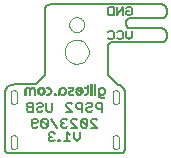
<source format=gbo>
G75*
G70*
%OFA0B0*%
%FSLAX24Y24*%
%IPPOS*%
%LPD*%
%AMOC8*
5,1,8,0,0,1.08239X$1,22.5*
%
%ADD10C,0.0060*%
%ADD11C,0.0050*%
%ADD12C,0.0000*%
%ADD13C,0.0004*%
%ADD14C,0.0020*%
%ADD15C,0.0040*%
D10*
X008163Y003177D02*
X008213Y003127D01*
X008363Y003127D01*
X008363Y003427D01*
X008213Y003427D01*
X008163Y003377D01*
X008163Y003327D01*
X008213Y003277D01*
X008363Y003277D01*
X008495Y003227D02*
X008495Y003177D01*
X008545Y003127D01*
X008645Y003127D01*
X008695Y003177D01*
X008645Y003277D02*
X008545Y003277D01*
X008495Y003227D01*
X008495Y003377D02*
X008545Y003427D01*
X008645Y003427D01*
X008695Y003377D01*
X008695Y003327D01*
X008645Y003277D01*
X008826Y003177D02*
X008826Y003427D01*
X009026Y003427D02*
X009026Y003177D01*
X008976Y003127D01*
X008876Y003127D01*
X008826Y003177D01*
X008811Y002887D02*
X008710Y002887D01*
X008660Y002837D01*
X008861Y002637D01*
X008811Y002587D01*
X008710Y002587D01*
X008660Y002637D01*
X008660Y002837D01*
X008529Y002837D02*
X008479Y002887D01*
X008379Y002887D01*
X008329Y002837D01*
X008329Y002637D01*
X008379Y002587D01*
X008479Y002587D01*
X008529Y002637D01*
X008479Y002737D02*
X008329Y002737D01*
X008479Y002737D02*
X008529Y002787D01*
X008529Y002837D01*
X008811Y002887D02*
X008861Y002837D01*
X008861Y002637D01*
X008959Y002437D02*
X008909Y002387D01*
X008909Y002337D01*
X008959Y002287D01*
X008909Y002237D01*
X008909Y002187D01*
X008959Y002137D01*
X009059Y002137D01*
X009109Y002187D01*
X009225Y002187D02*
X009225Y002137D01*
X009275Y002137D01*
X009275Y002187D01*
X009225Y002187D01*
X009406Y002137D02*
X009606Y002137D01*
X009506Y002137D02*
X009506Y002437D01*
X009606Y002337D01*
X009738Y002237D02*
X009838Y002137D01*
X009938Y002237D01*
X009938Y002437D01*
X009855Y002587D02*
X009655Y002787D01*
X009655Y002837D01*
X009705Y002887D01*
X009805Y002887D01*
X009855Y002837D01*
X009986Y002837D02*
X010187Y002637D01*
X010136Y002587D01*
X010036Y002587D01*
X009986Y002637D01*
X009986Y002837D01*
X010036Y002887D01*
X010136Y002887D01*
X010187Y002837D01*
X010187Y002637D01*
X010318Y002587D02*
X010518Y002587D01*
X010318Y002787D01*
X010318Y002837D01*
X010368Y002887D01*
X010468Y002887D01*
X010518Y002837D01*
X010684Y003127D02*
X010684Y003427D01*
X010534Y003427D01*
X010484Y003377D01*
X010484Y003277D01*
X010534Y003227D01*
X010684Y003227D01*
X010352Y003177D02*
X010302Y003127D01*
X010202Y003127D01*
X010152Y003177D01*
X010152Y003227D01*
X010202Y003277D01*
X010302Y003277D01*
X010352Y003327D01*
X010352Y003377D01*
X010302Y003427D01*
X010202Y003427D01*
X010152Y003377D01*
X010021Y003427D02*
X010021Y003127D01*
X010021Y003227D02*
X009871Y003227D01*
X009821Y003277D01*
X009821Y003377D01*
X009871Y003427D01*
X010021Y003427D01*
X009689Y003377D02*
X009639Y003427D01*
X009539Y003427D01*
X009489Y003377D01*
X009489Y003327D01*
X009689Y003127D01*
X009489Y003127D01*
X009473Y002887D02*
X009373Y002887D01*
X009323Y002837D01*
X009323Y002787D01*
X009373Y002737D01*
X009323Y002687D01*
X009323Y002637D01*
X009373Y002587D01*
X009473Y002587D01*
X009524Y002637D01*
X009655Y002587D02*
X009855Y002587D01*
X009738Y002437D02*
X009738Y002237D01*
X009423Y002737D02*
X009373Y002737D01*
X009473Y002887D02*
X009524Y002837D01*
X009192Y002587D02*
X008992Y002887D01*
X008959Y002437D02*
X009059Y002437D01*
X009109Y002387D01*
X009009Y002287D02*
X008959Y002287D01*
X008163Y003177D02*
X008163Y003227D01*
X008213Y003277D01*
D11*
X007438Y003737D02*
X007438Y001887D01*
X007440Y001864D01*
X007445Y001841D01*
X007454Y001819D01*
X007467Y001799D01*
X007482Y001781D01*
X007500Y001766D01*
X007520Y001753D01*
X007542Y001744D01*
X007565Y001739D01*
X007588Y001737D01*
X011288Y001737D01*
X011311Y001739D01*
X011334Y001744D01*
X011356Y001753D01*
X011376Y001766D01*
X011394Y001781D01*
X011409Y001799D01*
X011422Y001819D01*
X011431Y001841D01*
X011436Y001864D01*
X011438Y001887D01*
X011438Y003737D01*
X011439Y003768D01*
X011436Y003800D01*
X011430Y003830D01*
X011420Y003860D01*
X011407Y003888D01*
X011391Y003915D01*
X011372Y003940D01*
X011351Y003963D01*
X011326Y003983D01*
X011300Y004000D01*
X011272Y004014D01*
X011243Y004025D01*
X011213Y004033D01*
X011182Y004037D01*
X011181Y004037D02*
X010881Y004337D01*
X010881Y005304D01*
X010883Y005327D01*
X010888Y005350D01*
X010897Y005372D01*
X010910Y005392D01*
X010925Y005410D01*
X010943Y005425D01*
X010963Y005438D01*
X010985Y005447D01*
X011008Y005452D01*
X011031Y005454D01*
X012681Y005454D01*
X012704Y005456D01*
X012727Y005461D01*
X012749Y005470D01*
X012769Y005483D01*
X012787Y005498D01*
X012802Y005516D01*
X012815Y005536D01*
X012824Y005558D01*
X012829Y005581D01*
X012831Y005604D01*
X012831Y005754D01*
X012829Y005777D01*
X012824Y005800D01*
X012815Y005822D01*
X012802Y005842D01*
X012787Y005860D01*
X012769Y005875D01*
X012749Y005888D01*
X012727Y005897D01*
X012704Y005902D01*
X012681Y005904D01*
X011631Y005904D01*
X011671Y005817D02*
X011671Y005630D01*
X011577Y005537D01*
X011484Y005630D01*
X011484Y005817D01*
X011367Y005771D02*
X011367Y005584D01*
X011320Y005537D01*
X011227Y005537D01*
X011180Y005584D01*
X011063Y005584D02*
X011016Y005537D01*
X010923Y005537D01*
X010876Y005584D01*
X011063Y005584D02*
X011063Y005771D01*
X011016Y005817D01*
X010923Y005817D01*
X010876Y005771D01*
X011180Y005771D02*
X011227Y005817D01*
X011320Y005817D01*
X011367Y005771D01*
X011481Y006054D02*
X011481Y006104D01*
X011483Y006127D01*
X011488Y006150D01*
X011497Y006172D01*
X011510Y006192D01*
X011525Y006210D01*
X011543Y006225D01*
X011563Y006238D01*
X011585Y006247D01*
X011608Y006252D01*
X011631Y006254D01*
X012681Y006254D01*
X012704Y006256D01*
X012727Y006261D01*
X012749Y006270D01*
X012769Y006283D01*
X012787Y006298D01*
X012802Y006316D01*
X012815Y006336D01*
X012824Y006358D01*
X012829Y006381D01*
X012831Y006404D01*
X012831Y006554D01*
X012829Y006577D01*
X012824Y006600D01*
X012815Y006622D01*
X012802Y006642D01*
X012787Y006660D01*
X012769Y006675D01*
X012749Y006688D01*
X012727Y006697D01*
X012704Y006702D01*
X012681Y006704D01*
X008931Y006704D01*
X008908Y006702D01*
X008885Y006697D01*
X008863Y006688D01*
X008843Y006675D01*
X008825Y006660D01*
X008810Y006642D01*
X008797Y006622D01*
X008788Y006600D01*
X008783Y006577D01*
X008781Y006554D01*
X008781Y004337D01*
X008481Y004037D01*
X007738Y004037D01*
X007704Y004035D01*
X007671Y004029D01*
X007639Y004020D01*
X007608Y004007D01*
X007578Y003991D01*
X007551Y003972D01*
X007526Y003949D01*
X007503Y003924D01*
X007484Y003897D01*
X007468Y003867D01*
X007455Y003836D01*
X007446Y003804D01*
X007440Y003771D01*
X007438Y003737D01*
X008538Y003795D02*
X008543Y003867D01*
X008585Y003917D01*
X008608Y003932D01*
X008670Y003932D01*
X008723Y003897D01*
X008745Y003852D01*
X008745Y003792D01*
X008725Y003755D01*
X008703Y003727D01*
X008670Y003712D01*
X008635Y003705D02*
X008570Y003732D01*
X008538Y003795D01*
X010923Y006337D02*
X010876Y006384D01*
X010876Y006571D01*
X010923Y006617D01*
X011063Y006617D01*
X011063Y006337D01*
X010923Y006337D01*
X011180Y006337D02*
X011180Y006617D01*
X011367Y006617D02*
X011180Y006337D01*
X011367Y006337D02*
X011367Y006617D01*
X011484Y006571D02*
X011530Y006617D01*
X011624Y006617D01*
X011671Y006571D01*
X011671Y006384D01*
X011624Y006337D01*
X011530Y006337D01*
X011484Y006384D01*
X011484Y006477D01*
X011577Y006477D01*
X011481Y006054D02*
X011483Y006031D01*
X011488Y006008D01*
X011497Y005986D01*
X011510Y005966D01*
X011525Y005948D01*
X011543Y005933D01*
X011563Y005920D01*
X011585Y005911D01*
X011608Y005906D01*
X011631Y005904D01*
D12*
X009581Y006031D02*
X009583Y006062D01*
X009589Y006093D01*
X009599Y006123D01*
X009612Y006151D01*
X009629Y006178D01*
X009649Y006202D01*
X009672Y006224D01*
X009697Y006242D01*
X009725Y006257D01*
X009754Y006269D01*
X009784Y006277D01*
X009815Y006281D01*
X009847Y006281D01*
X009878Y006277D01*
X009908Y006269D01*
X009937Y006257D01*
X009965Y006242D01*
X009990Y006224D01*
X010013Y006202D01*
X010033Y006178D01*
X010050Y006151D01*
X010063Y006123D01*
X010073Y006093D01*
X010079Y006062D01*
X010081Y006031D01*
X010079Y006000D01*
X010073Y005969D01*
X010063Y005939D01*
X010050Y005911D01*
X010033Y005884D01*
X010013Y005860D01*
X009990Y005838D01*
X009965Y005820D01*
X009937Y005805D01*
X009908Y005793D01*
X009878Y005785D01*
X009847Y005781D01*
X009815Y005781D01*
X009784Y005785D01*
X009754Y005793D01*
X009725Y005805D01*
X009697Y005820D01*
X009672Y005838D01*
X009649Y005860D01*
X009629Y005884D01*
X009612Y005911D01*
X009599Y005939D01*
X009589Y005969D01*
X009583Y006000D01*
X009581Y006031D01*
X009431Y005127D02*
X009433Y005167D01*
X009439Y005206D01*
X009449Y005245D01*
X009462Y005282D01*
X009480Y005318D01*
X009501Y005352D01*
X009525Y005384D01*
X009552Y005413D01*
X009582Y005440D01*
X009614Y005463D01*
X009649Y005483D01*
X009685Y005499D01*
X009723Y005512D01*
X009762Y005521D01*
X009801Y005526D01*
X009841Y005527D01*
X009881Y005524D01*
X009920Y005517D01*
X009958Y005506D01*
X009996Y005492D01*
X010031Y005473D01*
X010064Y005452D01*
X010096Y005427D01*
X010124Y005399D01*
X010150Y005369D01*
X010172Y005336D01*
X010191Y005301D01*
X010207Y005264D01*
X010219Y005226D01*
X010227Y005187D01*
X010231Y005147D01*
X010231Y005107D01*
X010227Y005067D01*
X010219Y005028D01*
X010207Y004990D01*
X010191Y004953D01*
X010172Y004918D01*
X010150Y004885D01*
X010124Y004855D01*
X010096Y004827D01*
X010064Y004802D01*
X010031Y004781D01*
X009996Y004762D01*
X009958Y004748D01*
X009920Y004737D01*
X009881Y004730D01*
X009841Y004727D01*
X009801Y004728D01*
X009762Y004733D01*
X009723Y004742D01*
X009685Y004755D01*
X009649Y004771D01*
X009614Y004791D01*
X009582Y004814D01*
X009552Y004841D01*
X009525Y004870D01*
X009501Y004902D01*
X009480Y004936D01*
X009462Y004972D01*
X009449Y005009D01*
X009439Y005048D01*
X009433Y005087D01*
X009431Y005127D01*
D13*
X011030Y003733D02*
X011030Y003489D01*
X011031Y003489D02*
X011033Y003469D01*
X011038Y003450D01*
X011047Y003432D01*
X011059Y003416D01*
X011074Y003403D01*
X011091Y003392D01*
X011109Y003385D01*
X011129Y003381D01*
X011149Y003381D01*
X011169Y003385D01*
X011187Y003392D01*
X011204Y003403D01*
X011219Y003416D01*
X011231Y003432D01*
X011240Y003450D01*
X011245Y003469D01*
X011247Y003489D01*
X011247Y003733D01*
X011245Y003753D01*
X011240Y003772D01*
X011231Y003790D01*
X011219Y003806D01*
X011204Y003819D01*
X011187Y003830D01*
X011169Y003837D01*
X011149Y003841D01*
X011129Y003841D01*
X011109Y003837D01*
X011091Y003830D01*
X011074Y003819D01*
X011059Y003806D01*
X011047Y003790D01*
X011038Y003772D01*
X011033Y003753D01*
X011031Y003733D01*
X011030Y002237D02*
X011030Y001993D01*
X011031Y001993D02*
X011033Y001973D01*
X011038Y001954D01*
X011047Y001936D01*
X011059Y001920D01*
X011074Y001907D01*
X011091Y001896D01*
X011109Y001889D01*
X011129Y001885D01*
X011149Y001885D01*
X011169Y001889D01*
X011187Y001896D01*
X011204Y001907D01*
X011219Y001920D01*
X011231Y001936D01*
X011240Y001954D01*
X011245Y001973D01*
X011247Y001993D01*
X011247Y002237D01*
X011245Y002257D01*
X011240Y002276D01*
X011231Y002294D01*
X011219Y002310D01*
X011204Y002323D01*
X011187Y002334D01*
X011169Y002341D01*
X011149Y002345D01*
X011129Y002345D01*
X011109Y002341D01*
X011091Y002334D01*
X011074Y002323D01*
X011059Y002310D01*
X011047Y002294D01*
X011038Y002276D01*
X011033Y002257D01*
X011031Y002237D01*
X007845Y002237D02*
X007845Y001993D01*
X007843Y001973D01*
X007838Y001954D01*
X007829Y001936D01*
X007817Y001920D01*
X007802Y001907D01*
X007785Y001896D01*
X007767Y001889D01*
X007747Y001885D01*
X007727Y001885D01*
X007707Y001889D01*
X007689Y001896D01*
X007672Y001907D01*
X007657Y001920D01*
X007645Y001936D01*
X007636Y001954D01*
X007631Y001973D01*
X007629Y001993D01*
X007629Y002237D01*
X007631Y002257D01*
X007636Y002276D01*
X007645Y002294D01*
X007657Y002310D01*
X007672Y002323D01*
X007689Y002334D01*
X007707Y002341D01*
X007727Y002345D01*
X007747Y002345D01*
X007767Y002341D01*
X007785Y002334D01*
X007802Y002323D01*
X007817Y002310D01*
X007829Y002294D01*
X007838Y002276D01*
X007843Y002257D01*
X007845Y002237D01*
X007845Y003489D02*
X007845Y003733D01*
X007843Y003753D01*
X007838Y003772D01*
X007829Y003790D01*
X007817Y003806D01*
X007802Y003819D01*
X007785Y003830D01*
X007767Y003837D01*
X007747Y003841D01*
X007727Y003841D01*
X007707Y003837D01*
X007689Y003830D01*
X007672Y003819D01*
X007657Y003806D01*
X007645Y003790D01*
X007636Y003772D01*
X007631Y003753D01*
X007629Y003733D01*
X007629Y003489D01*
X007631Y003469D01*
X007636Y003450D01*
X007645Y003432D01*
X007657Y003416D01*
X007672Y003403D01*
X007689Y003392D01*
X007707Y003385D01*
X007727Y003381D01*
X007747Y003381D01*
X007767Y003385D01*
X007785Y003392D01*
X007802Y003403D01*
X007817Y003416D01*
X007829Y003432D01*
X007838Y003450D01*
X007843Y003469D01*
X007845Y003489D01*
D14*
X008088Y003695D02*
X008133Y003695D01*
X008133Y003867D01*
X008140Y003885D01*
X008150Y003900D01*
X008165Y003905D01*
X008175Y003910D01*
X008215Y003910D01*
X008233Y003895D01*
X008243Y003880D01*
X008245Y003875D01*
X008245Y003695D01*
X008290Y003695D01*
X008290Y003875D01*
X008303Y003892D01*
X008315Y003902D01*
X008335Y003912D01*
X008365Y003912D01*
X008383Y003905D01*
X008393Y003895D01*
X008400Y003882D01*
X008408Y003867D01*
X008408Y003692D01*
X008450Y003692D01*
X008450Y003865D01*
X008440Y003900D01*
X008425Y003925D01*
X008403Y003942D01*
X008370Y003955D01*
X008330Y003955D01*
X008310Y003947D01*
X008285Y003932D01*
X008275Y003922D01*
X008265Y003922D01*
X008253Y003930D01*
X008238Y003942D01*
X008220Y003952D01*
X008208Y003955D01*
X008173Y003955D01*
X008155Y003950D01*
X008135Y003940D01*
X008118Y003925D01*
X008105Y003910D01*
X008095Y003887D01*
X008090Y003872D01*
X008088Y003850D01*
X008088Y003695D01*
X008520Y003767D02*
X008515Y003792D01*
X008515Y003850D01*
X008523Y003877D01*
X008533Y003897D01*
X008570Y003935D01*
X008598Y003950D01*
X008625Y003955D01*
X008668Y003955D01*
X008695Y003945D01*
X008723Y003927D01*
X008745Y003905D01*
X008760Y003882D01*
X008770Y003845D01*
X008770Y003797D01*
X008765Y003780D01*
X008758Y003760D01*
X008748Y003742D01*
X008730Y003725D01*
X008710Y003707D01*
X008690Y003697D01*
X008665Y003690D01*
X008655Y003690D01*
X008653Y003690D02*
X008620Y003690D01*
X008598Y003695D01*
X008573Y003705D01*
X008550Y003725D01*
X008533Y003750D01*
X008520Y003767D01*
X008565Y003785D02*
X008563Y003795D01*
X008563Y003847D01*
X008570Y003867D01*
X008583Y003887D01*
X008598Y003902D01*
X008613Y003910D01*
X008620Y003912D01*
X008660Y003912D01*
X008678Y003907D01*
X008698Y003895D01*
X008708Y003882D01*
X008720Y003862D01*
X008725Y003847D01*
X008725Y003797D01*
X008715Y003775D01*
X008703Y003755D01*
X008685Y003740D01*
X008668Y003730D01*
X008628Y003730D01*
X008635Y003727D02*
X008615Y003732D01*
X008595Y003742D01*
X008583Y003755D01*
X008570Y003772D01*
X008565Y003785D01*
X008823Y003735D02*
X008873Y003735D01*
X008890Y003740D01*
X008913Y003750D01*
X008930Y003767D01*
X008943Y003785D01*
X008948Y003797D01*
X008950Y003802D01*
X008950Y003842D01*
X008940Y003857D01*
X008928Y003880D01*
X008905Y003895D01*
X008890Y003902D01*
X008865Y003907D01*
X008823Y003907D01*
X008823Y003950D01*
X008873Y003950D01*
X008895Y003947D01*
X008918Y003940D01*
X008943Y003925D01*
X008960Y003907D01*
X008973Y003892D01*
X008983Y003872D01*
X008990Y003852D01*
X008995Y003835D01*
X008995Y003805D01*
X008990Y003780D01*
X008978Y003755D01*
X008965Y003740D01*
X008950Y003725D01*
X008930Y003710D01*
X008913Y003702D01*
X008893Y003697D01*
X008865Y003692D01*
X008823Y003692D01*
X008823Y003735D01*
X008838Y003720D02*
X008893Y003725D01*
X008930Y003745D01*
X008960Y003787D01*
X008963Y003852D01*
X008938Y003887D01*
X008893Y003920D01*
X008838Y003922D01*
X008838Y003937D01*
X008893Y003935D01*
X008940Y003907D01*
X008978Y003857D01*
X008978Y003790D01*
X008950Y003742D01*
X008900Y003710D01*
X008833Y003705D01*
X008865Y003692D02*
X008868Y003692D01*
X009073Y003707D02*
X009073Y003725D01*
X009078Y003735D01*
X009090Y003747D01*
X009113Y003747D01*
X009123Y003740D01*
X009130Y003730D01*
X009130Y003710D01*
X009128Y003702D01*
X009118Y003692D01*
X009108Y003690D01*
X009090Y003707D01*
X009088Y003725D01*
X009100Y003735D01*
X009113Y003725D01*
X009110Y003710D01*
X009103Y003717D01*
X009103Y003690D02*
X009093Y003690D01*
X009085Y003692D01*
X009075Y003700D01*
X009073Y003707D01*
X009218Y003695D02*
X009218Y003835D01*
X009223Y003860D01*
X009230Y003880D01*
X009245Y003907D01*
X009265Y003927D01*
X009295Y003945D01*
X009315Y003952D01*
X009330Y003955D01*
X009370Y003955D01*
X009395Y003947D01*
X009418Y003937D01*
X009440Y003917D01*
X009458Y003895D01*
X009468Y003872D01*
X009475Y003847D01*
X009475Y003797D01*
X009463Y003760D01*
X009443Y003730D01*
X009425Y003712D01*
X009403Y003702D01*
X009373Y003690D01*
X009330Y003690D01*
X009283Y003705D01*
X009278Y003707D01*
X009270Y003707D01*
X009260Y003695D01*
X009253Y003695D01*
X009248Y003695D02*
X009218Y003695D01*
X009230Y003702D02*
X009235Y003840D01*
X009258Y003900D01*
X009288Y003922D01*
X009333Y003937D01*
X009378Y003937D01*
X009418Y003920D01*
X009453Y003872D01*
X009460Y003840D01*
X009458Y003787D01*
X009418Y003725D01*
X009370Y003702D01*
X009328Y003707D01*
X009285Y003725D01*
X009265Y003717D01*
X009250Y003707D01*
X009250Y003717D01*
X009280Y003735D01*
X009245Y003725D01*
X009255Y003747D01*
X009245Y003747D01*
X009253Y003847D01*
X009280Y003905D01*
X009338Y003925D01*
X009395Y003917D01*
X009435Y003880D01*
X009445Y003805D01*
X009430Y003762D01*
X009400Y003727D01*
X009328Y003712D01*
X009323Y003727D02*
X009303Y003735D01*
X009285Y003747D01*
X009283Y003750D01*
X009275Y003742D01*
X009268Y003747D02*
X009265Y003750D01*
X009263Y003755D01*
X009265Y003850D01*
X009270Y003862D01*
X009280Y003882D01*
X009298Y003900D01*
X009318Y003910D01*
X009325Y003912D01*
X009368Y003912D01*
X009390Y003905D01*
X009408Y003892D01*
X009420Y003875D01*
X009430Y003857D01*
X009430Y003787D01*
X009420Y003772D01*
X009403Y003747D01*
X009383Y003732D01*
X009365Y003727D01*
X009323Y003727D01*
X009533Y003737D02*
X009533Y003780D01*
X009540Y003800D01*
X009558Y003815D01*
X009665Y003862D01*
X009675Y003872D01*
X009678Y003877D01*
X009678Y003895D01*
X009673Y003905D01*
X009670Y003907D01*
X009663Y003910D01*
X009545Y003910D01*
X009545Y003950D01*
X009658Y003950D01*
X009680Y003945D01*
X009695Y003937D01*
X009710Y003922D01*
X009720Y003907D01*
X009723Y003890D01*
X009723Y003875D01*
X009715Y003857D01*
X009703Y003840D01*
X009665Y003815D01*
X009588Y003782D01*
X009578Y003770D01*
X009573Y003757D01*
X009583Y003745D01*
X009595Y003735D01*
X009723Y003735D01*
X009723Y003695D01*
X009608Y003695D01*
X009568Y003702D01*
X009548Y003715D01*
X009533Y003737D01*
X009548Y003740D02*
X009555Y003790D01*
X009578Y003812D01*
X009683Y003857D01*
X009695Y003877D01*
X009685Y003907D01*
X009670Y003922D01*
X009560Y003925D01*
X009558Y003935D01*
X009670Y003932D01*
X009700Y003917D01*
X009705Y003870D01*
X009680Y003840D01*
X009575Y003792D01*
X009565Y003762D01*
X009560Y003742D01*
X009585Y003725D01*
X009595Y003720D02*
X009710Y003720D01*
X009715Y003717D01*
X009688Y003715D01*
X009713Y003707D02*
X009585Y003710D01*
X009595Y003720D01*
X009578Y003710D02*
X009548Y003740D01*
X009720Y003697D02*
X009723Y003695D01*
X009800Y003740D02*
X009818Y003720D01*
X009835Y003707D01*
X009855Y003697D01*
X009878Y003690D01*
X009928Y003690D01*
X009948Y003695D01*
X009973Y003705D01*
X009993Y003720D01*
X010010Y003740D01*
X010028Y003770D01*
X010035Y003795D01*
X010038Y003820D01*
X010033Y003850D01*
X010025Y003877D01*
X010000Y003915D01*
X009975Y003935D01*
X009948Y003950D01*
X009930Y003955D01*
X009883Y003955D01*
X009855Y003947D01*
X009833Y003935D01*
X009815Y003920D01*
X009798Y003900D01*
X009783Y003877D01*
X009953Y003782D01*
X009950Y003782D02*
X009970Y003812D01*
X009855Y003880D01*
X009858Y003892D01*
X009865Y003905D01*
X009878Y003912D01*
X009930Y003912D01*
X009953Y003900D01*
X009973Y003880D01*
X009980Y003867D01*
X009988Y003857D01*
X009990Y003827D01*
X009990Y003805D01*
X009980Y003780D01*
X009968Y003755D01*
X009948Y003742D01*
X009933Y003735D01*
X009925Y003730D01*
X009885Y003730D01*
X009870Y003737D01*
X009853Y003750D01*
X009838Y003765D01*
X009828Y003782D01*
X009820Y003812D01*
X009775Y003805D01*
X009785Y003772D01*
X009800Y003740D01*
X009818Y003740D02*
X009793Y003797D01*
X009810Y003795D02*
X009825Y003752D01*
X009873Y003722D01*
X009888Y003715D01*
X009930Y003715D01*
X009978Y003740D01*
X010005Y003802D01*
X010000Y003862D01*
X009980Y003897D01*
X009938Y003922D01*
X009885Y003925D01*
X009858Y003912D01*
X009845Y003895D01*
X009840Y003877D01*
X009953Y003812D01*
X009950Y003797D01*
X009803Y003882D01*
X009838Y003922D01*
X009825Y003882D01*
X009838Y003905D02*
X009878Y003942D01*
X009895Y003942D01*
X009933Y003942D02*
X009995Y003905D01*
X010013Y003862D01*
X010020Y003795D01*
X009990Y003732D01*
X009930Y003702D01*
X009875Y003702D01*
X009818Y003740D01*
X009845Y003927D02*
X009933Y003940D01*
X010085Y003952D02*
X010165Y003952D01*
X010163Y003960D01*
X010163Y004020D01*
X010210Y004020D01*
X010210Y003772D01*
X010198Y003737D01*
X010183Y003715D01*
X010160Y003702D01*
X010138Y003697D01*
X010118Y003692D01*
X010100Y003705D01*
X010138Y003712D01*
X010170Y003722D01*
X010185Y003750D01*
X010198Y003780D01*
X010198Y004005D01*
X010178Y004007D01*
X010180Y003777D01*
X010158Y003732D01*
X010098Y003715D01*
X010088Y003732D02*
X010123Y003732D01*
X010138Y003740D01*
X010148Y003747D01*
X010155Y003755D01*
X010163Y003770D01*
X010163Y003907D01*
X010155Y003910D01*
X010085Y003910D01*
X010085Y003952D01*
X010098Y003937D02*
X010168Y003937D01*
X010170Y003922D02*
X010098Y003920D01*
X010098Y003937D01*
X010088Y003732D02*
X010088Y003692D01*
X010113Y003692D01*
X010285Y003695D02*
X010330Y003695D01*
X010330Y003697D02*
X010330Y004067D01*
X010285Y004067D01*
X010285Y003695D01*
X010298Y003705D02*
X010298Y004055D01*
X010318Y004055D01*
X010315Y003705D01*
X010413Y003695D02*
X010413Y003950D01*
X010458Y003950D01*
X010458Y003695D01*
X010413Y003695D01*
X010425Y003707D02*
X010430Y003937D01*
X010445Y003937D02*
X010440Y003707D01*
X010425Y003707D01*
X010533Y003682D02*
X010533Y003840D01*
X010538Y003860D01*
X010545Y003882D01*
X010560Y003905D01*
X010580Y003927D01*
X010600Y003940D01*
X010628Y003952D01*
X010643Y003955D01*
X010685Y003955D01*
X010718Y003945D01*
X010740Y003932D01*
X010758Y003915D01*
X010773Y003895D01*
X010783Y003877D01*
X010790Y003845D01*
X010790Y003800D01*
X010785Y003780D01*
X010775Y003755D01*
X010760Y003732D01*
X010738Y003710D01*
X010688Y003690D01*
X010645Y003690D01*
X010598Y003705D01*
X010580Y003710D01*
X010580Y003665D01*
X010595Y003647D01*
X010615Y003630D01*
X010635Y003620D01*
X010655Y003615D01*
X010685Y003615D01*
X010735Y003627D01*
X010745Y003587D01*
X010683Y003570D01*
X010653Y003570D01*
X010618Y003575D01*
X010595Y003587D01*
X010570Y003605D01*
X010550Y003630D01*
X010540Y003655D01*
X010533Y003682D01*
X010550Y003670D02*
X010550Y003850D01*
X010568Y003852D01*
X010565Y003657D01*
X010613Y003607D01*
X010670Y003600D01*
X010725Y003612D01*
X010738Y003602D02*
X010670Y003585D01*
X010610Y003592D01*
X010568Y003632D01*
X010550Y003670D01*
X010580Y003720D02*
X010660Y003697D01*
X010728Y003717D01*
X010760Y003762D01*
X010773Y003795D01*
X010770Y003870D01*
X010728Y003920D01*
X010675Y003940D01*
X010630Y003935D01*
X010588Y003915D01*
X010553Y003860D01*
X010568Y003860D02*
X010593Y003907D01*
X010633Y003920D01*
X010685Y003925D01*
X010720Y003910D01*
X010750Y003875D01*
X010758Y003807D01*
X010743Y003755D01*
X010703Y003720D01*
X010645Y003712D01*
X010580Y003742D01*
X010580Y003720D01*
X010603Y003745D02*
X010635Y003732D01*
X010643Y003730D01*
X010685Y003730D01*
X010708Y003740D01*
X010725Y003760D01*
X010743Y003792D01*
X010745Y003857D01*
X010743Y003855D02*
X010735Y003870D01*
X010723Y003885D01*
X010710Y003897D01*
X010693Y003910D01*
X010675Y003912D01*
X010638Y003912D01*
X010618Y003902D01*
X010598Y003887D01*
X010585Y003867D01*
X010580Y003852D01*
X010580Y003760D01*
X010575Y003762D02*
X010603Y003745D01*
X010445Y003997D02*
X010435Y003997D01*
X010425Y004027D01*
X010435Y004037D01*
X010445Y004030D01*
X010443Y004012D01*
X010455Y004007D02*
X010445Y003997D01*
X010435Y004000D02*
X010428Y003997D01*
X010418Y004002D01*
X010413Y004010D01*
X010408Y004020D01*
X010408Y004027D01*
X010410Y004037D01*
X010420Y004047D01*
X010428Y004052D01*
X010443Y004052D01*
X010453Y004045D01*
X010460Y004032D01*
X010460Y004017D01*
X010455Y004007D01*
D15*
X008430Y003865D02*
X008428Y003715D01*
X008430Y003865D02*
X008395Y003920D01*
X008358Y003935D01*
X008305Y003920D01*
X008273Y003895D01*
X008268Y003707D01*
X008108Y003715D02*
X008110Y003870D01*
X008138Y003915D01*
X008188Y003930D01*
X008225Y003927D01*
X008258Y003900D01*
M02*

</source>
